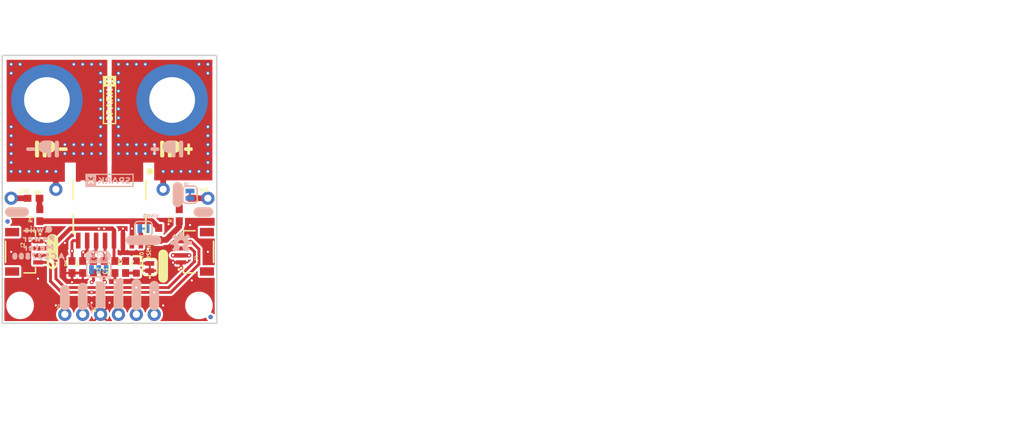
<source format=kicad_pcb>
(kicad_pcb (version 20211014) (generator pcbnew)
  (layers (0 "F.Cu" signal) (1 "In1.Cu" signal) (2 "In2.Cu" signal) (31 "B.Cu" signal) (34 "B.Paste" user) (35 "F.Paste" user) (36 "B.SilkS" user "B.Silkscreen") (37 "F.SilkS" user "F.Silkscreen") (38 "B.Mask" user) (39 "F.Mask" user) (44 "Edge.Cuts" user))
  (net 0 "")
  (net 1 "3.3V")
  (net 2 "GND")
  (net 3 "SCL")
  (net 4 "SDA")
  (net 5 "N$3")
  (net 6 "N$2")
  (net 7 "N$4")
  (net 8 "IO0")
  (net 9 "IO1")
  (net 10 "VINP")
  (net 11 "VINN")
  (net 12 "IP+")
  (net 13 "IP-")
  (net 14 "N$5")
  (net 15 "HI")
  (net 16 "N$6")
  (net 17 "N$8")
  (net 18 "N$1")
  (footprint "eagleBoard:ACS37800_THROUGH_HOLE" (layer "F.Cu") (at 148.5011 107.5436 -90)
    (fp_text reference "U1" hide)
    (fp_text value "" hide)
    (fp_line (start -2.54 -7.62) (end -5.08 -7.62) (layer "F.Cu") (width 0.8128))
    (fp_line (start -2.54 7.62) (end -5.08 7.62) (layer "F.Cu") (width 0.8128))
    (fp_poly (pts (xy -3.805 4.775) (xy -6.345 4.775) (xy -6.345 6.345) (xy -3.62 6.345) (xy -3.62 14.6175) (xy -20.96 14.6175) (xy -20.96 0.3125) (xy -3.805 0.3125)) (layer "F.Cu") (width 0) (fill solid))
    (fp_poly (pts (xy -3.805 -6.345) (xy -6.345 -6.345) (xy -6.345 -4.775) (xy -3.62 -4.775) (xy -3.62 -0.305) (xy -20.96 -0.305) (xy -20.96 -14.61) (xy -3.805 -14.61)) (layer "F.Cu") (width 0) (fill solid))
    (pad "1" smd rect (at -4.75 -4.445 270) (size 2.25 0.65) (layers "F.Cu" "F.Paste" "F.Mask") (net 12 "IP+"))
    (pad "2" smd rect (at -4.75 -3.175 270) (size 2.25 0.65) (layers "F.Cu" "F.Paste" "F.Mask") (net 12 "IP+"))
    (pad "3" smd rect (at -4.75 -1.905 270) (size 2.25 0.65) (layers "F.Cu" "F.Paste" "F.Mask") (net 12 "IP+"))
    (pad "4" smd rect (at -4.75 -0.635 270) (size 2.25 0.65) (layers "F.Cu" "F.Paste" "F.Mask") (net 12 "IP+"))
    (pad "5" smd rect (at -4.75 0.635 270) (size 2.25 0.65) (layers "F.Cu" "F.Paste" "F.Mask") (net 13 "IP-"))
    (pad "6" smd rect (at -4.75 1.905 270) (size 2.25 0.65) (layers "F.Cu" "F.Paste" "F.Mask") (net 13 "IP-"))
    (pad "7" smd rect (at -4.75 3.175 270) (size 2.25 0.65) (layers "F.Cu" "F.Paste" "F.Mask") (net 13 "IP-"))
    (pad "8" smd rect (at -4.75 4.445 270) (size 2.25 0.65) (layers "F.Cu" "F.Paste" "F.Mask") (net 13 "IP-"))
    (pad "9" smd rect (at 4.75 4.445 270) (size 2.25 0.65) (layers "F.Cu" "F.Paste" "F.Mask") (net 9 "IO1"))
    (pad "10" smd rect (at 4.75 3.175 270) (size 2.25 0.65) (layers "F.Cu" "F.Paste" "F.Mask") (net 8 "IO0"))
    (pad "11" smd rect (at 4.75 1.905 270) (size 2.25 0.65) (layers "F.Cu" "F.Paste" "F.Mask") (net 3 "SCL"))
    (pad "12" smd rect (at 4.75 0.635 270) (size 2.25 0.65) (layers "F.Cu" "F.Paste" "F.Mask") (net 4 "SDA"))
    (pad "13" smd rect (at 4.75 -0.635 270) (size 2.25 0.65) (layers "F.Cu" "F.Paste" "F.Mask") (net 1 "3.3V"))
    (pad "14" smd rect (at 4.75 -1.905 270) (size 2.25 0.65) (layers "F.Cu" "F.Paste" "F.Mask") (net 2 "GND"))
    (pad "15" smd rect (at 4.75 -3.175 270) (size 2.25 0.65) (layers "F.Cu" "F.Paste" "F.Mask") (net 11 "VINN"))
    (pad "16" smd rect (at 4.75 -4.445 270) (size 2.25 0.65) (layers "F.Cu" "F.Paste" "F.Mask") (net 10 "VINP"))
    (pad "CIN1" thru_hole circle (at -20.32 -13.97 270) (size 0.559975 0.559975) (drill 0.299975) (layers *.Cu) (net 12 "IP+"))
    (pad "CIN2" thru_hole circle (at -20.32 -12.7 270) (size 0.559975 0.559975) (drill 0.299975) (layers *.Cu) (net 12 "IP+"))
    (pad "CIN3" thru_hole circle (at -20.32 -5.08 270) (size 0.559975 0.559975) (drill 0.299975) (layers *.Cu) (net 12 "IP+"))
    (pad "CIN4" thru_hole circle (at -20.32 -3.81 270) (size 0.559975 0.559975) (drill 0.299975) (layers *.Cu) (net 12 "IP+"))
    (pad "CIN5" thru_hole circle (at -20.32 -2.54 270) (size 0.559975 0.559975) (drill 0.299975) (layers *.Cu) (net 12 "IP+"))
    (pad "CIN6" thru_hole circle (at -20.32 -1.27 270) (size 0.559975 0.559975) (drill 0.299975) (layers *.Cu) (net 12 "IP+"))
    (pad "CIN7" thru_hole circle (at -19.05 -1.27 270) (size 0.559975 0.559975) (drill 0.299975) (layers *.Cu) (net 12 "IP+"))
    (pad "CIN8" thru_hole circle (at -17.78 -1.27 270) (size 0.559975 0.559975) (drill 0.299975) (layers *.Cu) (net 12 "IP+"))
    (pad "CIN9" thru_hole circle (at -16.51 -1.27 270) (size 0.559975 0.559975) (drill 0.299975) (layers *.Cu) (net 12 "IP+"))
    (pad "CIN10" thru_hole circle (at -15.24 -1.27 270) (size 0.559975 0.559975) (drill 0.299975) (layers *.Cu) (net 12 "IP+"))
    (pad "CIN11" thru_hole circle (at -13.97 -1.27 270) (size 0.559975 0.559975) (drill 0.299975) (layers *.Cu) (net 12 "IP+"))
    (pad "CIN12" thru_hole circle (at -12.7 -1.27 270) (size 0.559975 0.559975) (drill 0.299975) (layers *.Cu) (net 12 "IP+"))
    (pad "CIN13" thru_hole circle (at -11.43 -1.27 270) (size 0.559975 0.559975) (drill 0.299975) (layers *.Cu) (net 12 "IP+"))
    (pad "CIN14" thru_hole circle (at -10.16 -1.27 270) (size 0.559975 0.559975) (drill 0.299975) (layers *.Cu) (net 12 "IP+"))
    (pad "CIN15" thru_hole circle (at -8.89 -1.27 270) (size 0.559975 0.559975) (drill 0.299975) (layers *.Cu) (net 12 "IP+"))
    (pad "CIN16" thru_hole circle (at -7.62 -1.27 270) (size 0.559975 0.559975) (drill 0.299975) (layers *.Cu) (net 12 "IP+"))
    (pad "CIN17" thru_hole circle (at -8.89 -2.54 270) (size 0.559975 0.559975) (drill 0.299975) (layers *.Cu) (net 12 "IP+"))
    (pad "CIN18" thru_hole circle (at -7.62 -2.54 270) (size 0.559975 0.559975) (drill 0.299975) (layers *.Cu) (net 12 "IP+"))
    (pad "CIN19" thru_hole circle (at -8.89 -3.81 270) (size 0.559975 0.559975) (drill 0.299975) (layers *.Cu) (net 12 "IP+"))
    (pad "CIN20" thru_hole circle (at -7.62 -3.81 270) (size 0.559975 0.559975) (drill 0.299975) (layers *.Cu) (net 12 "IP+"))
    (pad "CIN21" thru_hole circle (at -8.89 -5.08 270) (size 0.559975 0.559975) (drill 0.299975) (layers *.Cu) (net 12 "IP+"))
    (pad "CIN22" thru_hole circle (at -7.62 -5.08 270) (size 0.559975 0.559975) (drill 0.299975) (layers *.Cu) (net 12 "IP+"))
    (pad "CIN23" thru_hole circle (at -8.89 -6.35 270) (size 0.559975 0.559975) (drill 0.299975) (layers *.Cu) (net 12 "IP+"))
    (pad "CIN24" thru_hole circle (at -7.62 -6.35 270) (size 0.559975 0.559975) (drill 0.299975) (layers *.Cu) (net 12 "IP+"))
    (pad "CIN25" thru_hole circle (at -5.08 -7.62 270) (size 0.559975 0.559975) (drill 0.299975) (layers *.Cu) (net 12 "IP+"))
    (pad "CIN26" thru_hole circle (at -5.08 -8.89 270) (size 0.559975 0.559975) (drill 0.299975) (layers *.Cu) (net 12 "IP+"))
    (pad "CIN27" thru_hole circle (at -5.08 -10.16 270) (size 0.559975 0.559975) (drill 0.299975) (layers *.Cu) (net 12 "IP+"))
    (pad "CIN28" thru_hole circle (at -5.08 -11.43 270) (size 0.559975 0.559975) (drill 0.299975) (layers *.Cu) (net 12 "IP+"))
    (pad "CIN29" thru_hole circle (at -5.08 -12.7 270) (size 0.559975 0.559975) (drill 0.299975) (layers *.Cu) (net 12 "IP+"))
    (pad "CIN30" thru_hole circle (at -5.08 -13.97 270) (size 0.559975 0.559975) (drill 0.299975) (layers *.Cu) (net 12 "IP+"))
    (pad "CIN31" thru_hole circle (at -6.35 -13.97 270) (size 0.559975 0.559975) (drill 0.299975) (layers *.Cu) (net 12 "IP+"))
    (pad "CIN32" thru_hole circle (at -7.62 -13.97 270) (size 0.559975 0.559975) (drill 0.299975) (layers *.Cu) (net 12 "IP+"))
    (pad "CIN33" thru_hole circle (at -8.89 -13.97 270) (size 0.559975 0.559975) (drill 0.299975) (layers *.Cu) (net 12 "IP+"))
    (pad "CIN34" thru_hole circle (at -10.16 -13.97 270) (size 0.559975 0.559975) (drill 0.299975) (layers *.Cu) (net 12 "IP+"))
    (pad "CIN35" thru_hole circle (at -11.43 -13.97 270) (size 0.559975 0.559975) (drill 0.299975) (layers *.Cu) (net 12 "IP+"))
    (pad "CIN36" thru_hole circle (at -19.05 -13.97 270) (size 0.559975 0.559975) (drill 0.299975) (layers *.Cu) (net 12 "IP+"))
    (pad "COUT1" thru_hole circle (at -20.32 13.97 270) (size 0.559975 0.559975) (drill 0.299975) (layers *.Cu) (net 13 "IP-"))
    (pad "COUT2" thru_hole circle (at -19.05 13.97 270) (size 0.559975 0.559975) (drill 0.299975) (layers *.Cu) (net 13 "IP-"))
    (pad "COUT3" thru_hole circle (at -11.43 13.97 270) (size 0.559975 0.559975) (drill 0.299975) (layers *.Cu) (net 13 "IP-"))
    (pad "COUT4" thru_hole circle (at -10.16 13.97 270) (size 0.559975 0.559975) (drill 0.299975) (layers *.Cu) (net 13 "IP-"))
    (pad "COUT5" thru_hole circle (at -8.89 13.97 270) (size 0.559975 0.559975) (drill 0.299975) (layers *.Cu) (net 13 "IP-"))
    (pad "COUT6" thru_hole circle (at -7.62 13.97 270) (size 0.559975 0.559975) (drill 0.299975) (layers *.Cu) (net 13 "IP-"))
    (pad "COUT7" thru_hole circle (at -6.35 13.97 270) (size 0.559975 0.559975) (drill 0.299975) (layers *.Cu) (net 13 "IP-"))
    (pad "COUT8" thru_hole circle (at -5.08 13.97 270) (size 0.559975 0.559975) (drill 0.299975) (layers *.Cu) (net 13 "IP-"))
    (pad "COUT9" thru_hole circle (at -5.08 12.7 270) (size 0.559975 0.559975) (drill 0.299975) (layers *.Cu) (net 13 "IP-"))
    (pad "COUT10" thru_hole circle (at -5.08 11.43 270) (size 0.559975 0.559975) (drill 0.299975) (layers *.Cu) (net 13 "IP-"))
    (pad "COUT11" thru_hole circle (at -5.08 10.16 270) (size 0.559975 0.559975) (drill 0.299975) (layers *.Cu) (net 13 "IP-"))
    (pad "COUT12" thru_hole circle (at -5.08 8.89 270) (size 0.559975 0.559975) (drill 0.299975) (layers *.Cu) (net 13 "IP-"))
    (pad "COUT13" thru_hole circle (at -5.08 7.62 270) (size 0.559975 0.559975) (drill 0.299975) (layers *.Cu) (net 13 "IP-"))
    (pad "COUT14" thru_hole circle (at -7.62 6.35 270) (size 0.559975 0.559975) (drill 0.299975) (layers *.Cu) (net 13 "IP-"))
    (pad "COUT15" thru_hole circle (at -8.89 6.35 270) (size 0.559975 0.559975) (drill 0.299975) (layers *.Cu) (net 13 "IP-"))
    (pad "COUT16" thru_hole circle (at -7.62 5.08 270) (size 0.559975 0.559975) (drill 0.299975) (layers *.Cu) (net 13 "IP-"))
    (pad "COUT17" thru_hole circle (at -8.89 5.08 270) (size 0.559975 0.559975) (drill 0.299975) (layers *.Cu) (net 13 "IP-"))
    (pad "COUT18" thru_hole circle (at -7.62 3.81 270) (size 0.559975 0.559975) (drill 0.299975) (layers *.Cu) (net 13 "IP-"))
    (pad "COUT19" thru_hole circle (at -8.89 3.81 270) (size 0.559975 0.559975) (drill 0.299975) (layers *.Cu) (net 13 "IP-"))
    (pad "COUT20" thru_hole circle (at -7.62 2.54 270) (size 0.559975 0.559975) (drill 0.299975) (layers *.Cu) (net 13 "IP-"))
    (pad "COUT21" thru_hole circle (at -8.89 2.54 270) (size 0.559975 0.559975) (drill 0.299975) (layers *.Cu) (net 13 "IP-"))
    (pad "COUT22" thru_hole circle (at -7.62 1.27 270) (size 0.559975 0.559975) (drill 0.299975) (layers *.Cu) (net 13 "IP-"))
    (pad "COUT23" thru_hole circle (at -8.89 1.27 270) (size 0.559975 0.559975) (drill 0.299975) (layers *.Cu) (net 13 "IP-"))
    (pad "COUT24" thru_hole circle (at -10.16 1.27 270) (size 0.559975 0.559975) (drill 0.299975) (layers *.Cu) (net 13 "IP-"))
    (pad "COUT25" thru_hole circle (at -11.43 1.27 270) (size 0.559975 0.559975) (drill 0.299975) (layers *.Cu) (net 13 "IP-"))
    (pad "COUT26" thru_hole circle (at -12.7 1.27 270) (size 0.559975 0.559975) (drill 0.299975) (layers *.Cu) (net 13 "IP-"))
    (pad "COUT27" thru_hole circle (at -13.97 1.27 270) (size 0.559975 0.559975) (drill 0.299975) (layers *.Cu) (net 13 "IP-"))
    (pad "COUT28" thru_hole circle (at -15.24 1.27 270) (size 0.559975 0.559975) (drill 0.299975) (layers *.Cu) (net 13 "IP-"))
    (pad "COUT29" thru_hole circle (at -16.51 1.27 270) (size 0.559975 0.559975) (drill 0.299975) (layers *.Cu) (net 13 "IP-"))
    (pad "COUT30" thru_hole circle (at -17.78 1.27 270) (size 0.559975 0.559975) (drill 0.299975) (layers *.Cu) (net 13 "IP-"))
    (pad "COUT31" thru_hole circle (at -19.05 1.27 270) (size 0.559975 0.559975) (drill 0.299975) (layers *.Cu) (net 13 "IP-"))
    (pad "COUT32" thru_hole circle (at -20.32 1.27 270) (size 0.559975 0.559975) (drill 0.299975) (layers *.Cu) (net 13 "IP-"))
    (pad "COUT33" thru_hole circle (at -20.32 2.54 270) (size 0.559975 0.559975) (drill 0.299975) (layers *.Cu) (net 13 "IP-"))
    (pad "COUT34" thru_hole circle (at -20.32 3.81 270) (size 0.559975 0.559975) (drill 0.299975) (layers *.Cu) (net 13 "IP-"))
    (pad "COUT35" thru_hole circle (at -20.32 5.08 270) (size 0.559975 0.559975) (drill 0.299975) (layers *.Cu) (net 13 "IP-"))
    (pad "COUT36" thru_hole circle (at -20.32 12.7 270) (size 0.559975 0.559975) (drill 0.299975) (layers *.Cu) (net 13 "IP-"))
    (pad "C_IN" thru_hole circle (at -15.24 -8.89 270) (size 10.16 10.16) (drill 6.5) (layers *.Cu *.Mask) (net 12 "IP+"))
    (pad "C_IN_BREAKOUT" thru_hole circle (at -2.54 -7.62 270) (size 1.8796 1.8796) (drill 1.016) (layers *.Cu *.Mask) (net 12 "IP+"))
    (pad "C_OUT" thru_hole circle (at -15.24 8.89 270) (size 10.16 10.16) (drill 6.5) (layers *.Cu *.Mask) (net 13 "IP-"))
    (pad "C_OUT_BREAKOUT" thru_hole circle (at -2.54 7.62 270) (size 1.8796 1.8796) (drill 1.016) (layers *.Cu *.Mask) (net 13 "IP-"))
  )
  (footprint "eagleBoard:0603" (layer "F.Cu") (at 147.7391 116.0526 -90)
    (fp_text reference "R1" (at 0 -0.762 90) (layer "F.SilkS") (effects (font (size 0.512064 0.512064) (thickness 0.097536)) (justify right)))
    (fp_text value "4.7k" hide)
    (pad "1" smd rect (at -0.85 0 270) (size 1.1 1) (layers "F.Cu" "F.Paste" "F.Mask") (net 4 "SDA"))
    (pad "2" smd rect (at 0.85 0 270) (size 1.1 1) (layers "F.Cu" "F.Paste" "F.Mask") (net 6 "N$2"))
  )
  (footprint "eagleBoard:0603" (layer "F.Cu") (at 146.2151 116.0526 -90)
    (fp_text reference "R2" (at 0 -0.762 90) (layer "F.SilkS") (effects (font (size 0.512064 0.512064) (thickness 0.097536)) (justify right)))
    (fp_text value "4.7k" hide)
    (pad "1" smd rect (at -0.85 0 270) (size 1.1 1) (layers "F.Cu" "F.Paste" "F.Mask") (net 3 "SCL"))
    (pad "2" smd rect (at 0.85 0 270) (size 1.1 1) (layers "F.Cu" "F.Paste" "F.Mask") (net 7 "N$4"))
  )
  (footprint "eagleBoard:CREATIVE_COMMONS" (layer "F.Cu") (at 195.4911 138.0236)
    (fp_text reference "FRAME1" hide)
    (fp_text value "FRAME-LETTER" hide)
  )
  (footprint "eagleBoard:IP#0" (layer "F.Cu") (at 140.3731 99.2886)
    (fp_text reference "U$11" hide)
    (fp_text value "" hide)
  )
  (footprint "eagleBoard:1X01_NO_SILK" (layer "F.Cu") (at 134.5311 106.2736)
    (fp_text reference "LO0" (at 1.016 -1.016) (layer "F.SilkS") (effects (font (size 0.512064 0.512064) (thickness 0.097536)) (justify left)))
    (fp_text value "")
    (pad "1" thru_hole circle (at 0 0 90) (size 1.8796 1.8796) (drill 1.016) (layers *.Cu *.Mask) (net 17 "N$8"))
  )
  (footprint "eagleBoard:1X01_NO_SILK" (layer "F.Cu") (at 162.4711 106.2736)
    (fp_text reference "HI0" (at -1.27 -1.143) (layer "F.SilkS") (effects (font (size 0.512064 0.512064) (thickness 0.097536)) (justify left)))
    (fp_text value "")
    (pad "1" thru_hole circle (at 0 0 90) (size 1.8796 1.8796) (drill 1.016) (layers *.Cu *.Mask) (net 15 "HI"))
  )
  (footprint "eagleBoard:QWIIC_5MM" (layer "F.Cu") (at 140.3731 113.8936 90)
    (fp_text reference "U$16" hide)
    (fp_text value "" hide)
  )
  (footprint "eagleBoard:1X01_NO_SILK" (layer "F.Cu") (at 142.1511 122.7836)
    (fp_text reference "J5" (at -1.27 -1.143) (layer "F.SilkS") (effects (font (size 0.512064 0.512064) (thickness 0.097536)) (justify left)))
    (fp_text value "")
    (pad "1" thru_hole circle (at 0 0 90) (size 1.8796 1.8796) (drill 1.016) (layers *.Cu *.Mask) (net 9 "IO1"))
  )
  (footprint "eagleBoard:IP#0" (layer "F.Cu") (at 158.1531 99.2886)
    (fp_text reference "U$9" hide)
    (fp_text value "" hide)
  )
  (footprint "eagleBoard:#LO#0" (layer "F.Cu") (at 135.3566 108.2421)
    (fp_text reference "U$17" hide)
    (fp_text value "" hide)
  )
  (footprint "eagleBoard:0603" (layer "F.Cu") (at 138.5951 108.6866 -90)
    (fp_text reference "R9" (at 0 1.27 90) (layer "F.SilkS") (effects (font (size 0.512064 0.512064) (thickness 0.097536)) (justify right)))
    (fp_text value "1M" hide)
    (pad "1" smd rect (at -0.85 0 270) (size 1.1 1) (layers "F.Cu" "F.Paste" "F.Mask") (net 16 "N$6"))
    (pad "2" smd rect (at 0.85 0 270) (size 1.1 1) (layers "F.Cu" "F.Paste" "F.Mask") (net 11 "VINN"))
  )
  (footprint "eagleBoard:JST04_1MM_RA" (layer "F.Cu") (at 158.6611 113.8936 90)
    (fp_text reference "J4" (at -1.397 2.159 90) (layer "F.SilkS") (effects (font (size 0.512064 0.512064) (thickness 0.097536)) (justify left)))
    (fp_text value "QWIIC_RIGHT_ANGLE" hide)
    (pad "1" smd rect (at -1.5 0 90) (size 0.6 1.35) (layers "F.Cu" "F.Paste" "F.Mask") (net 2 "GND"))
    (pad "2" smd rect (at -0.5 0 90) (size 0.6 1.35) (layers "F.Cu" "F.Paste" "F.Mask") (net 1 "3.3V"))
    (pad "3" smd rect (at 0.5 0 90) (size 0.6 1.35) (layers "F.Cu" "F.Paste" "F.Mask") (net 4 "SDA"))
    (pad "4" smd rect (at 1.5 0 90) (size 0.6 1.35) (layers "F.Cu" "F.Paste" "F.Mask") (net 3 "SCL"))
    (pad "NC1" smd rect (at 2.8 3.675 90) (size 1.2 2) (layers "F.Cu" "F.Paste" "F.Mask"))
    (pad "NC2" smd rect (at -2.8 3.675 90) (size 1.2 2) (layers "F.Cu" "F.Paste" "F.Mask"))
  )
  (footprint "eagleBoard:#IO1#0" (layer "F.Cu") (at 142.1511 120.3706 90)
    (fp_text reference "U$7" hide)
    (fp_text value "" hide)
  )
  (footprint "eagleBoard:SMT-JUMPER_2_NC_TRACE_SILK" (layer "F.Cu") (at 154.2161 116.0526 90)
    (fp_text reference "PWR0" (at 0 -1.143 90) (layer "F.SilkS") (effects (font (size 0.512064 0.512064) (thickness 0.097536)) (justify left)))
    (fp_text value "JUMPER-SMT_2_NC_TRACE_SILK" hide)
    (fp_poly (pts (xy 0.1905 0.13335) (xy -0.70485 0.13335) (xy -0.70485 -0.13335) (xy 0.1905 -0.13335)) (layer "F.Cu") (width 0) (fill solid))
    (pad "1" smd rect (at -0.5207 0 90) (size 0.6604 1.27) (layers "F.Cu" "F.Mask") (net 2 "GND"))
    (pad "2" smd rect (at 0.5207 0 90) (size 0.6604 1.27) (layers "F.Cu" "F.Mask") (net 18 "N$1"))
  )
  (footprint "eagleBoard:0603" (layer "F.Cu") (at 143.1671 116.0526 90)
    (fp_text reference "R5" (at 0 -0.762 90) (layer "F.SilkS") (effects (font (size 0.512064 0.512064) (thickness 0.097536)) (justify left)))
    (fp_text value "4.7k" hide)
    (pad "1" smd rect (at -0.85 0 90) (size 1.1 1) (layers "F.Cu" "F.Paste" "F.Mask") (net 2 "GND"))
    (pad "2" smd rect (at 0.85 0 90) (size 1.1 1) (layers "F.Cu" "F.Paste" "F.Mask") (net 9 "IO1"))
  )
  (footprint "eagleBoard:#HI#0" (layer "F.Cu") (at 161.8361 108.2421)
    (fp_text reference "U$13" hide)
    (fp_text value "" hide)
  )
  (footprint "eagleBoard:STAND-OFF" (layer "F.Cu") (at 135.8011 121.5136)
    (fp_text reference "JP3" hide)
    (fp_text value "STAND-OFF" hide)
    (pad "" np_thru_hole circle (at 0 0) (size 3.302 3.302) (drill 3.302) (layers *.Cu *.Mask))
  )
  (footprint "eagleBoard:#SDA#0" (layer "F.Cu") (at 152.3111 119.9896 90)
    (fp_text reference "U$35" hide)
    (fp_text value "" hide)
  )
  (footprint "eagleBoard:#PWR#0" (layer "F.Cu") (at 156.1211 115.9256 90)
    (fp_text reference "U$32" hide)
    (fp_text value "" hide)
  )
  (footprint "eagleBoard:ORDERING_INSTRUCTIONS" (layer "F.Cu") (at 175.1711 78.3336)
    (fp_text reference "LOGO1" hide)
    (fp_text value "SPECIAL_INSTRUCTIONS-ORDERING" hide)
  )
  (footprint "eagleBoard:0603" (layer "F.Cu") (at 159.2961 106.2736 180)
    (fp_text reference "R6" (at 0 1.397) (layer "F.SilkS") (effects (font (size 0.512064 0.512064) (thickness 0.097536)) (justify right)))
    (fp_text value "1M" hide)
    (pad "1" smd rect (at -0.85 0 180) (size 1.1 1) (layers "F.Cu" "F.Paste" "F.Mask") (net 15 "HI"))
    (pad "2" smd rect (at 0.85 0 180) (size 1.1 1) (layers "F.Cu" "F.Paste" "F.Mask") (net 14 "N$5"))
  )
  (footprint "eagleBoard:STAND-OFF" (layer "F.Cu") (at 161.2011 121.5136)
    (fp_text reference "JP4" hide)
    (fp_text value "STAND-OFF" hide)
    (pad "" np_thru_hole circle (at 0 0) (size 3.302 3.302) (drill 3.302) (layers *.Cu *.Mask))
  )
  (footprint "eagleBoard:0603" (layer "F.Cu") (at 158.4071 108.6866 -90)
    (fp_text reference "R7" (at 0 1.27 90) (layer "F.SilkS") (effects (font (size 0.512064 0.512064) (thickness 0.097536)) (justify right)))
    (fp_text value "1M" hide)
    (pad "1" smd rect (at -0.85 0 270) (size 1.1 1) (layers "F.Cu" "F.Paste" "F.Mask") (net 14 "N$5"))
    (pad "2" smd rect (at 0.85 0 270) (size 1.1 1) (layers "F.Cu" "F.Paste" "F.Mask") (net 10 "VINP"))
  )
  (footprint "eagleBoard:0603" (layer "F.Cu") (at 137.7061 106.2736)
    (fp_text reference "R8" (at 0 -0.762) (layer "F.SilkS") (effects (font (size 0.512064 0.512064) (thickness 0.097536)) (justify left)))
    (fp_text value "1M" hide)
    (pad "1" smd rect (at -0.85 0) (size 1.1 1) (layers "F.Cu" "F.Paste" "F.Mask") (net 17 "N$8"))
    (pad "2" smd rect (at 0.85 0) (size 1.1 1) (layers "F.Cu" "F.Paste" "F.Mask") (net 16 "N$6"))
  )
  (footprint "eagleBoard:MICRO-FIDUCIAL" (layer "F.Cu") (at 134.0231 109.5756)
    (fp_text reference "JP6" hide)
    (fp_text value "FIDUCIALUFIDUCIAL" hide)
    (pad "1" smd roundrect (at 0 0) (size 0.635 0.635) (layers "F.Cu" "F.Mask") (roundrect_rratio 0.5))
  )
  (footprint "eagleBoard:0603" (layer "F.Cu") (at 150.7871 116.0526 90)
    (fp_text reference "R3" (at 0 -0.762 90) (layer "F.SilkS") (effects (font (size 0.512064 0.512064) (thickness 0.097536)) (justify left)))
    (fp_text value "1k" hide)
    (pad "1" smd rect (at -0.85 0 90) (size 1.1 1) (layers "F.Cu" "F.Paste" "F.Mask") (net 5 "N$3"))
    (pad "2" smd rect (at 0.85 0 90) (size 1.1 1) (layers "F.Cu" "F.Paste" "F.Mask") (net 1 "3.3V"))
  )
  (footprint "eagleBoard:0603" (layer "F.Cu") (at 144.6911 116.0526 90)
    (fp_text reference "R4" (at 0 -0.762 90) (layer "F.SilkS") (effects (font (size 0.512064 0.512064) (thickness 0.097536)) (justify left)))
    (fp_text value "4.7k" hide)
    (pad "1" smd rect (at -0.85 0 90) (size 1.1 1) (layers "F.Cu" "F.Paste" "F.Mask") (net 2 "GND"))
    (pad "2" smd rect (at 0.85 0 90) (size 1.1 1) (layers "F.Cu" "F.Paste" "F.Mask") (net 8 "IO0"))
  )
  (footprint "eagleBoard:JST04_1MM_RA" (layer "F.Cu") (at 138.3411 113.8936 -90)
    (fp_text reference "J2" (at -1.397 2.159 90) (layer "F.SilkS") (effects (font (size 0.512064 0.512064) (thickness 0.097536)) (justify right)))
    (fp_text value "QWIIC_RIGHT_ANGLE" hide)
    (pad "1" smd rect (at -1.5 0 270) (size 0.6 1.35) (layers "F.Cu" "F.Paste" "F.Mask") (net 2 "GND"))
    (pad "2" smd rect (at -0.5 0 270) (size 0.6 1.35) (layers "F.Cu" "F.Paste" "F.Mask") (net 1 "3.3V"))
    (pad "3" smd rect (at 0.5 0 270) (size 0.6 1.35) (layers "F.Cu" "F.Paste" "F.Mask") (net 4 "SDA"))
    (pad "4" smd rect (at 1.5 0 270) (size 0.6 1.35) (layers "F.Cu" "F.Paste" "F.Mask") (net 3 "SCL"))
    (pad "NC1" smd rect (at 2.8 3.675 270) (size 1.2 2) (layers "F.Cu" "F.Paste" "F.Mask"))
    (pad "NC2" smd rect (at -2.8 3.675 270) (size 1.2 2) (layers "F.Cu" "F.Paste" "F.Mask"))
  )
  (footprint "eagleBoard:LED-0603" (layer "F.Cu") (at 152.3111 116.0526 90)
    (fp_text reference "D1" (at 0 -0.635 90) (layer "F.SilkS") (effects (font (size 0.512064 0.512064) (thickness 0.097536)) (justify left)))
    (fp_text value "RED")
    (pad "A" smd roundrect (at -0.877 0) (size 1 1) (layers "F.Cu" "F.Paste" "F.Mask") (roundrect_rratio 0.15) (net 5 "N$3"))
    (pad "C" smd roundrect (at 0.877 0) (size 1 1) (layers "F.Cu" "F.Paste" "F.Mask") (roundrect_rratio 0.15) (net 18 "N$1"))
  )
  (footprint "eagleBoard:#SCL#0" (layer "F.Cu") (at 154.8511 120.1166 90)
    (fp_text reference "U$36" hide)
    (fp_text value "" hide)
  )
  (footprint "eagleBoard:1X01_NO_SILK" (layer "F.Cu") (at 144.6911 122.7836)
    (fp_text reference "J3" (at 1.016 -0.635) (layer "F.SilkS") (effects (font (size 0.512064 0.512064) (thickness 0.097536)) (justify left)))
    (fp_text value "")
    (pad "1" thru_hole circle (at 0 0 90) (size 1.8796 1.8796) (drill 1.016) (layers *.Cu *.Mask) (net 8 "IO0"))
  )
  (footprint "eagleBoard:#IO0#0" (layer "F.Cu") (at 144.6911 120.2436 90)
    (fp_text reference "U$5" hide)
    (fp_text value "" hide)
  )
  (footprint "eagleBoard:#3#3V#0" (layer "F.Cu") (at 149.7711 119.8626 90)
    (fp_text reference "U$34" hide)
    (fp_text value "" hide)
  )
  (footprint "eagleBoard:MICRO-FIDUCIAL" (layer "F.Cu") (at 162.8521 123.1646)
    (fp_text reference "JP2" hide)
    (fp_text value "FIDUCIALUFIDUCIAL" hide)
    (pad "1" smd roundrect (at 0 0) (size 0.635 0.635) (layers "F.Cu" "F.Mask") (roundrect_rratio 0.5))
  )
  (footprint "eagleBoard:0603" (layer "F.Cu") (at 149.2631 116.0526 -90)
    (fp_text reference "C1" (at 0 1.397 90) (layer "F.SilkS") (effects (font (size 0.512064 0.512064) (thickness 0.097536)) (justify right)))
    (fp_text value "0.1uF" hide)
    (pad "1" smd rect (at -0.85 0 270) (size 1.1 1) (layers "F.Cu" "F.Paste" "F.Mask") (net 1 "3.3V"))
    (pad "2" smd rect (at 0.85 0 270) (size 1.1 1) (layers "F.Cu" "F.Paste" "F.Mask") (net 2 "GND"))
  )
  (footprint "eagleBoard:#GND#0" (layer "F.Cu") (at 147.2311 119.9896 90)
    (fp_text reference "U$33" hide)
    (fp_text value "" hide)
  )
  (footprint "eagleBoard:SPARKX-SMALL" (layer "F.Cu") (at 148.5011 92.3036 90)
    (fp_text reference "U$20" hide)
    (fp_text value "SPARKX-LOGO3" hide)
  )
  (footprint "eagleBoard:0603" (layer "F.Cu") (at 155.4861 111.3536 -90)
    (fp_text reference "RSENSE0" (at 0.127 1.397 90) (layer "F.SilkS") (effects (font (size 0.512064 0.512064) (thickness 0.097536)) (justify right)))
    (fp_text value "8.2k" hide)
    (pad "1" smd rect (at -0.85 0 270) (size 1.1 1) (layers "F.Cu" "F.Paste" "F.Mask") (net 11 "VINN"))
    (pad "2" smd rect (at 0.85 0 270) (size 1.1 1) (layers "F.Cu" "F.Paste" "F.Mask") (net 10 "VINP"))
  )
  (footprint "eagleBoard:1X04_NO_SILK" (layer "B.Cu") (at 147.2311 122.7836)
    (fp_text reference "J1" (at -2.032 -1.27) (layer "B.SilkS") (effects (font (size 0.512064 0.512064) (thickness 0.097536)) (justify right mirror)))
    (fp_text value "")
    (pad "1" thru_hole circle (at 0 0 270) (size 1.8796 1.8796) (drill 1.016) (layers *.Cu *.Mask) (net 2 "GND"))
    (pad "2" thru_hole circle (at 2.54 0 270) (size 1.8796 1.8796) (drill 1.016) (layers *.Cu *.Mask) (net 1 "3.3V"))
    (pad "3" thru_hole circle (at 5.08 0 270) (size 1.8796 1.8796) (drill 1.016) (layers *.Cu *.Mask) (net 4 "SDA"))
    (pad "4" thru_hole circle (at 7.62 0 270) (size 1.8796 1.8796) (drill 1.016) (layers *.Cu *.Mask) (net 3 "SCL"))
  )
  (footprint "eagleBoard:#IO1#0" (layer "B.Cu") (at 142.1511 120.3706 90)
    (fp_text reference "U$8" hide)
    (fp_text value "" hide)
  )
  (footprint "eagleBoard:IP#0" (layer "B.Cu") (at 138.8491 99.2886 180)
    (fp_text reference "U$12" hide)
    (fp_text value "" hide)
  )
  (footprint "eagleBoard:MICRO-FIDUCIAL" (layer "B.Cu") (at 134.0231 109.5756 180)
    (fp_text reference "JP1" hide)
    (fp_text value "FIDUCIALUFIDUCIAL" hide)
    (pad "1" smd roundrect (at 0 0 180) (size 0.635 0.635) (layers "B.Cu" "B.Mask") (roundrect_rratio 0.5))
  )
  (footprint "eagleBoard:#VINN#0" (layer "B.Cu") (at 153.3271 112.2426 180)
    (fp_text reference "U$21" hide)
    (fp_text value "" hide)
  )
  (footprint "eagleBoard:POWER0" (layer "B.Cu") (at 138.3411 111.9886 180)
    (fp_text reference "U$25" hide)
    (fp_text value "" hide)
  )
  (footprint "eagleBoard:OSHW-LOGO-S" (layer "B.Cu") (at 158.6611 112.6236 180)
    (fp_text reference "LOGO5" hide)
    (fp_text value "OSHW-LOGOS" hide)
  )
  (footprint "eagleBoard:#IO0#0" (layer "B.Cu") (at 144.6911 120.2436 90)
    (fp_text reference "U$6" hide)
    (fp_text value "" hide)
  )
  (footprint "eagleBoard:#SDA#0" (layer "B.Cu") (at 152.3111 119.9896 90)
    (fp_text reference "U$3" hide)
    (fp_text value "" hide)
  )
  (footprint "eagleBoard:SMT-JUMPER_2_NC_TRACE_SILK" (layer "B.Cu") (at 159.9311 105.7656 -90)
    (fp_text reference "IP+0" (at -1.397 0.0635 -180) (layer "B.SilkS") (effects (font (size 0.512064 0.512064) (thickness 0.097536)) (justify left mirror)))
    (fp_text value "JUMPER-SMT_2_NC_TRACE_SILK" hide)
    (fp_poly (pts (xy 0.1905 -0.13335) (xy -0.70485 -0.13335) (xy -0.70485 0.13335) (xy 0.1905 0.13335)) (layer "B.Cu") (width 0) (fill solid))
    (pad "1" smd rect (at -0.5207 0 270) (size 0.6604 1.27) (layers "B.Cu" "B.Mask") (net 12 "IP+"))
    (pad "2" smd rect (at 0.5207 0 270) (size 0.6604 1.27) (layers "B.Cu" "B.Mask") (net 15 "HI"))
  )
  (footprint "eagleBoard:SMT-JUMPER_2_NC_TRACE_SILK" (layer "B.Cu") (at 153.3271 110.5916)
    (fp_text reference "VINN0" (at -0.127 -1.778) (layer "B.SilkS") (effects (font (size 0.512064 0.512064) (thickness 0.097536)) (justify right mirror)))
    (fp_text value "JUMPER-SMT_2_NC_TRACE_SILK" hide)
    (fp_poly (pts (xy 0.1905 -0.13335) (xy -0.70485 -0.13335) (xy -0.70485 0.13335) (xy 0.1905 0.13335)) (layer "B.Cu") (width 0) (fill solid))
    (pad "1" smd rect (at -0.5207 0) (size 0.6604 1.27) (layers "B.Cu" "B.Mask") (net 11 "VINN"))
    (pad "2" smd rect (at 0.5207 0) (size 0.6604 1.27) (layers "B.Cu" "B.Mask") (net 2 "GND"))
  )
  (footprint "eagleBoard:QWIIC0" (layer "B.Cu") (at 138.3411 110.7186 180)
    (fp_text reference "U$26" hide)
    (fp_text value "" hide)
  )
  (footprint "eagleBoard:SPARKX-SMALL" (layer "B.Cu") (at 148.5011 103.7336 180)
    (fp_text reference "U$18" hide)
    (fp_text value "SPARKX-LOGO3" hide)
  )
  (footprint "eagleBoard:MICRO-FIDUCIAL" (layer "B.Cu") (at 162.8521 123.1646 180)
    (fp_text reference "JP5" hide)
    (fp_text value "FIDUCIALUFIDUCIAL" hide)
    (pad "1" smd roundrect (at 0 0 180) (size 0.635 0.635) (layers "B.Cu" "B.Mask") (roundrect_rratio 0.5))
  )
  (footprint "eagleBoard:ACS378000" (layer "B.Cu") (at 138.3411 114.5286 180)
    (fp_text reference "U$23" hide)
    (fp_text value "" hide)
  )
  (footprint "eagleBoard:#3#3V#0" (layer "B.Cu") (at 149.7711 119.8626 90)
    (fp_text reference "U$2" hide)
    (fp_text value "" hide)
  )
  (footprint "eagleBoard:#SCL#0" (layer "B.Cu") (at 154.8511 120.1166 90)
    (fp_text reference "U$4" hide)
    (fp_text value "" hide)
  )
  (footprint "eagleBoard:#LO#0" (layer "B.Cu") (at 135.3566 108.2421 180)
    (fp_text reference "U$19" hide)
    (fp_text value "" hide)
  )
  (footprint "eagleBoard:#GND#0" (layer "B.Cu") (at 147.2311 119.9896 90)
    (fp_text reference "U$1" hide)
    (fp_text value "" hide)
  )
  (footprint "eagleBoard:IP#0" (layer "B.Cu") (at 156.5021 99.2886 180)
    (fp_text reference "U$10" hide)
    (fp_text value "" hide)
  )
  (footprint "eagleBoard:METER0" (layer "B.Cu") (at 138.3411 113.2586 180)
    (fp_text reference "U$24" hide)
    (fp_text value "" hide)
  )
  (footprint "eagleBoard:I2C" (layer "B.Cu") (at 148.7551 114.5286 180)
    (fp_text reference "U$15" hide)
    (fp_text value "" hide)
  )
  (footprint "eagleBoard:SMT-JUMPER_3_2-NC_TRACE_SILK" (layer "B.Cu") (at 146.9771 116.4336)
    (fp_text reference "I2C0" (at 0 1.143) (layer "B.SilkS") (effects (font (size 0.512064 0.512064) (thickness 0.097536)) (justify right mirror)))
    (fp_text value "JUMPER-SMT_3_2-NC_TRACE_SILK" hide)
    (fp_poly (pts (xy 0.7112 -0.13335) (xy -0.7112 -0.13335) (xy -0.7112 0.13335) (xy 0.7112 0.13335)) (layer "B.Cu") (width 0) (fill solid))
    (pad "1" smd rect (at -1.0414 0) (size 0.6604 1.27) (layers "B.Cu" "B.Mask") (net 7 "N$4"))
    (pad "2" smd rect (at 0 0) (size 0.6604 1.27) (layers "B.Cu" "B.Mask") (net 1 "3.3V"))
    (pad "3" smd rect (at 1.0414 0) (size 0.6604 1.27) (layers "B.Cu" "B.Mask") (net 6 "N$2"))
  )
  (footprint "eagleBoard:#HI#0" (layer "B.Cu") (at 161.8361 108.2421 180)
    (fp_text reference "U$14" hide)
    (fp_text value "" hide)
  )
  (footprint "eagleBoard:#IP##0" (layer "B.Cu") (at 158.1531 105.7656 90)
    (fp_text reference "U$22" hide)
    (fp_text value "" hide)
  )
  (gr_line (start 154.9146 98.6536) (end 154.9146 99.9236) (layer "B.SilkS") (width 0.381))
  (gr_line (start 159.7406 98.6536) (end 159.7406 99.9236) (layer "F.SilkS") (width 0.381))
  (gr_line (start 133.2611 124.0536) (end 133.2611 85.9536) (layer "Edge.Cuts") (width 0.2032))
  (gr_line (start 163.7411 124.0536) (end 133.2611 124.0536) (layer "Edge.Cuts") (width 0.2032))
  (gr_line (start 133.2611 85.9536) (end 163.7411 85.9536) (layer "Edge.Cuts") (width 0.2032))
  (gr_line (start 163.7411 85.9536) (end 163.7411 124.0536) (layer "Edge.Cuts") (width 0.2032))
  (segment (start 149.1361 115.0756) (end 149.2631 115.2026) (width 0.4064) (layer "F.Cu") (net 1))
  (segment (start 157.5261 114.3936) (end 157.5181 114.4016) (width 0.6096) (layer "F.Cu") (net 1))
  (segment (start 142.9131 110.5916) (end 146.9771 110.5916) (width 0.6096) (layer "F.Cu") (net 1))
  (segment (start 148.8821 110.5916) (end 149.1361 110.8456) (width 0.6096) (layer "F.Cu") (net 1))
  (segment (start 158.6611 114.3936) (end 157.5261 114.3936) (width 0.6096) (layer "F.Cu") (net 1))
  (segment (start 158.6611 114.3936) (end 159.7961 114.3936) (width 0.6096) (layer "F.Cu") (net 1))
  (segment (start 147.7391 110.5916) (end 148.8821 110.5916) (width 0.6096) (layer "F.Cu") (net 1))
  (segment (start 149.1361 112.2936) (end 149.1361 115.0756) (width 0.4064) (layer "F.Cu") (net 1))
  (segment (start 140.1111 113.3936) (end 142.9131 110.5916) (width 0.6096) (layer "F.Cu") (net 1))
  (segment (start 138.3411 113.3936) (end 140.1111 113.3936) (width 0.6096) (layer "F.Cu") (net 1))
  (segment (start 159.7961 114.3936) (end 159.8041 114.4016) (width 0.6096) (layer "F.Cu") (net 1))
  (segment (start 149.1361 110.8456) (end 149.1361 112.2936) (width 0.6096) (layer "F.Cu") (net 1))
  (segment (start 150.7871 115.2026) (end 149.2631 115.2026) (width 0.4064) (layer "F.Cu") (net 1))
  (segment (start 146.9771 110.5916) (end 147.7391 110.5916) (width 0.6096) (layer "F.Cu") (net 1))
  (via blind (at 146.9771 110.5916) (size 0.559975) (drill 0.299975) (layers "F.Cu" "In1.Cu") (net 1))
  (via blind (at 147.7391 110.5916) (size 0.559975) (drill 0.299975) (layers "F.Cu" "In1.Cu") (net 1))
  (via blind (at 157.5181 114.4016) (size 0.559975) (drill 0.299975) (layers "F.Cu" "In1.Cu") (net 1))
  (via blind (at 159.8041 114.4016) (size 0.559975) (drill 0.299975) (layers "F.Cu" "In1.Cu") (net 1))
  (segment (start 138.3411 112.3936) (end 138.3651 112.3696) (width 0.4064) (layer "F.Cu") (net 2))
  (segment (start 154.2161 116.5733) (end 154.2161 117.5766) (width 0.4064) (layer "F.Cu") (net 2))
  (segment (start 150.6601 114.0206) (end 153.4541 114.0206) (width 0.6096) (layer "F.Cu") (net 2))
  (segment (start 157.5421 115.3936) (end 158.6611 115.3936) (width 0.4064) (layer "F.Cu") (net 2))
  (segment (start 153.4541 114.0206) (end 153.9621 113.5126) (width 0.6096) (layer "F.Cu") (net 2))
  (segment (start 150.4061 113.7666) (end 150.6601 114.0206) (width 0.6096) (layer "F.Cu") (net 2))
  (segment (start 157.5181 115.4176) (end 157.5421 115.3936) (width 0.4064) (layer "F.Cu") (net 2))
  (segment (start 149.2631 116.9026) (end 149.2631 118.2116) (width 0.4064) (layer "F.Cu") (net 2))
  (segment (start 150.4061 112.2936) (end 150.4061 110.5916) (width 0.6096) (layer "F.Cu") (net 2))
  (segment (start 143.1671 116.9026) (end 143.1671 118.2116) (width 0.4064) (layer "F.Cu") (net 2))
  (segment (start 150.4061 112.2936) (end 150.4061 113.7666) (width 0.6096) (layer "F.Cu") (net 2))
  (segment (start 158.6611 116.1796) (end 158.6611 115.3936) (width 0.4064) (layer "F.Cu") (net 2))
  (segment (start 144.6911 116.9026) (end 143.1671 116.9026) (width 0.4064) (layer "F.Cu") (net 2))
  (segment (start 138.3651 112.3696) (end 139.4841 112.3696) (width 0.4064) (layer "F.Cu") (net 2))
  (segment (start 137.2221 112.3936) (end 137.1981 112.3696) (width 0.4064) (layer "F.Cu") (net 2))
  (segment (start 138.3411 112.3936) (end 137.2221 112.3936) (width 0.4064) (layer "F.Cu") (net 2))
  (via blind (at 150.4061 110.5916) (size 0.559975) (drill 0.299975) (layers "F.Cu" "In1.Cu") (net 2))
  (via blind (at 160.1851 117.9576) (size 0.559975) (drill 0.299975) (layers "F.Cu" "In1.Cu") (net 2))
  (via blind (at 134.5311 113.8936) (size 0.559975) (drill 0.299975) (layers "F.Cu" "In1.Cu") (net 2))
  (via blind (at 156.8831 109.9566) (size 0.559975) (drill 0.299975) (layers "F.Cu" "In1.Cu") (net 2))
  (via blind (at 142.1511 112.6236) (size 0.559975) (drill 0.299975) (layers "F.Cu" "In1.Cu") (net 2))
  (via blind (at 149.2631 118.2116) (size 0.559975) (drill 0.299975) (layers "F.Cu" "In1.Cu") (net 2))
  (via blind (at 162.4711 113.8936) (size 0.559975) (drill 0.299975) (layers "F.Cu" "In1.Cu") (net 2))
  (via blind (at 153.9621 113.5126) (size 0.559975) (drill 0.299975) (layers "F.Cu" "In1.Cu") (net 2))
  (via blind (at 140.8811 121.5136) (size 0.559975) (drill 0.299975) (layers "F.Cu" "In1.Cu") (net 2))
  (via blind (at 148.5011 121.1326) (size 0.559975) (drill 0.299975) (layers "F.Cu" "In1.Cu") (net 2))
  (via blind (at 158.6611 116.1796) (size 0.559975) (drill 0.299975) (layers "F.Cu" "In1.Cu") (net 2))
  (via blind (at 154.2161 117.5766) (size 0.559975) (drill 0.299975) (layers "F.Cu" "In1.Cu") (net 2))
  (via blind (at 137.1981 112.3696) (size 0.559975) (drill 0.299975) (layers "F.Cu" "In1.Cu") (net 2))
  (via blind (at 139.4841 112.3696) (size 0.559975) (drill 0.299975) (layers "F.Cu" "In1.Cu") (net 2))
  (via blind (at 145.9611 121.1326) (size 0.559975) (drill 0.299975) (layers "F.Cu" "In1.Cu") (net 2))
  (via blind (at 143.1671 118.2116) (size 0.559975) (drill 0.299975) (layers "F.Cu" "In1.Cu") (net 2))
  (via blind (at 157.5181 115.4176) (size 0.559975) (drill 0.299975) (layers "F.Cu" "In1.Cu") (net 2))
  (via blind (at 138.3411 117.7036) (size 0.559975) (drill 0.299975) (layers "F.Cu" "In1.Cu") (net 2))
  (via blind (at 159.9311 110.0836) (size 0.559975) (drill 0.299975) (layers "F.Cu" "In1.Cu") (net 2))
  (via blind (at 156.1211 121.5136) (size 0.559975) (drill 0.299975) (layers "F.Cu" "In1.Cu") (net 2))
  (segment (start 160.0821 112.3936) (end 158.6611 112.3936) (width 0.4064) (layer "F.Cu") (net 3))
  (segment (start 141.691287 119.656788) (end 145.9611 119.656788) (width 0.4064) (layer "F.Cu") (net 3))
  (segment (start 146.192312 115.179813) (end 146.192312 114.0206) (width 0.4064) (layer "F.Cu") (net 3))
  (segment (start 161.2011 113.5126) (end 160.0821 112.3936) (width 0.4064) (layer "F.Cu") (net 3))
  (segment (start 145.9611 119.656788) (end 154.8511 119.656788) (width 0.4064) (layer "F.Cu") (net 3))
  (segment (start 138.3411 115.3936) (end 139.7141 115.3936) (width 0.4064) (layer "F.Cu") (net 3))
  (segment (start 146.5961 112.2936) (end 146.5961 113.616813) (width 0.4064) (layer "F.Cu") (net 3))
  (segment (start 154.8511 119.656788) (end 157.2027 119.656788) (width 0.4064) (layer "F.Cu") (net 3))
  (segment (start 140.1191 115.7986) (end 140.1191 118.0846) (width 0.4064) (layer "F.Cu") (net 3))
  (segment (start 140.1191 118.0846) (end 141.691287 119.656788) (width 0.4064) (layer "F.Cu") (net 3))
  (segment (start 139.7141 115.3936) (end 140.1191 115.7986) (width 0.4064) (layer "F.Cu") (net 3))
  (segment (start 146.2151 115.2026) (end 146.192312 115.179813) (width 0.4064) (layer "F.Cu") (net 3))
  (segment (start 146.5961 113.616813) (end 146.192312 114.0206) (width 0.4064) (layer "F.Cu") (net 3))
  (segment (start 157.2027 119.656788) (end 161.2011 115.658388) (width 0.4064) (layer "F.Cu") (net 3))
  (segment (start 161.2011 115.658388) (end 161.2011 113.5126) (width 0.4064) (layer "F.Cu") (net 3))
  (via blind (at 146.192312 114.0206) (size 0.559975) (drill 0.299975) (layers "F.Cu" "In1.Cu") (net 3))
  (via blind (at 145.9611 119.656788) (size 0.559975) (drill 0.299975) (layers "F.Cu" "In1.Cu") (net 3))
  (via blind (at 154.8511 119.656788) (size 0.559975) (drill 0.299975) (layers "F.Cu" "In1.Cu") (net 3))
  (segment (start 160.0661 113.3936) (end 158.6611 113.3936) (width 0.4064) (layer "F.Cu") (net 4))
  (segment (start 152.3111 118.9736) (end 156.8831 118.9736) (width 0.4064) (layer "F.Cu") (net 4))
  (segment (start 147.8661 114.0206) (end 147.8661 115.0756) (width 0.4064) (layer "F.Cu") (net 4))
  (segment (start 140.1111 114.3936) (end 140.8811 115.1636) (width 0.4064) (layer "F.Cu") (net 4))
  (segment (start 138.3411 114.3936) (end 140.1111 114.3936) (width 0.4064) (layer "F.Cu") (net 4))
  (segment (start 147.8661 112.2936) (end 147.8661 114.0206) (width 0.4064) (layer "F.Cu") (net 4))
  (segment (start 140.8811 117.7036) (end 142.1511 118.9736) (width 0.4064) (layer "F.Cu") (net 4))
  (segment (start 160.5661 113.8936) (end 160.0661 113.3936) (width 0.4064) (layer "F.Cu") (net 4))
  (segment (start 147.8661 115.0756) (end 147.7391 115.2026) (width 0.4064) (layer "F.Cu") (net 4))
  (segment (start 156.8831 118.9736) (end 160.5661 115.2906) (width 0.4064) (layer "F.Cu") (net 4))
  (segment (start 160.5661 115.2906) (end 160.5661 113.8936) (width 0.4064) (layer "F.Cu") (net 4))
  (segment (start 140.8811 115.1636) (end 140.8811 117.7036) (width 0.4064) (layer "F.Cu") (net 4))
  (segment (start 142.1511 118.9736) (end 152.3111 118.9736) (width 0.4064) (layer "F.Cu") (net 4))
  (via blind (at 147.8661 114.0206) (size 0.559975) (drill 0.299975) (layers "F.Cu" "In1.Cu") (net 4))
  (via blind (at 152.3111 118.9736) (size 0.559975) (drill 0.299975) (layers "F.Cu" "In1.Cu") (net 4))
  (segment (start 152.3111 116.9296) (end 152.2841 116.9026) (width 0.4064) (layer "F.Cu") (net 5))
  (segment (start 152.2841 116.9026) (end 150.7871 116.9026) (width 0.4064) (layer "F.Cu") (net 5))
  (segment (start 147.7391 118.0846) (end 147.7391 116.9026) (width 0.4064) (layer "F.Cu") (net 6))
  (segment (start 147.8661 118.2116) (end 147.7391 118.0846) (width 0.4064) (layer "F.Cu") (net 6))
  (via blind (at 147.8661 118.2116) (size 0.559975) (drill 0.299975) (layers "F.Cu" "In1.Cu") (net 6))
  (segment (start 145.9611 118.2116) (end 146.2151 117.9576) (width 0.4064) (layer "F.Cu") (net 7))
  (segment (start 146.2151 117.9576) (end 146.2151 116.9026) (width 0.4064) (layer "F.Cu") (net 7))
  (via blind (at 145.9611 118.2116) (size 0.559975) (drill 0.299975) (layers "F.Cu" "In1.Cu") (net 7))
  (segment (start 145.0086 113.9571) (end 144.7546 113.9571) (width 0.4064) (layer "F.Cu") (net 8))
  (segment (start 144.7546 113.9571) (end 144.6911 114.0206) (width 0.4064) (layer "F.Cu") (net 8))
  (segment (start 145.3261 112.2936) (end 145.3261 113.6396) (width 0.4064) (layer "F.Cu") (net 8))
  (segment (start 144.6911 114.0206) (end 144.6911 115.2026) (width 0.4064) (layer "F.Cu") (net 8))
  (segment (start 145.3261 113.6396) (end 145.0086 113.9571) (width 0.4064) (layer "F.Cu") (net 8))
  (via blind (at 144.7546 113.9571) (size 0.559975) (drill 0.299975) (layers "F.Cu" "In1.Cu") (net 8))
  (segment (start 143.1671 113.7666) (end 143.1671 115.2026) (width 0.4064) (layer "F.Cu") (net 9))
  (segment (start 144.0561 112.2936) (end 143.3701 112.2936) (width 0.4064) (layer "F.Cu") (net 9))
  (segment (start 143.3701 112.2936) (end 143.1671 112.4966) (width 0.4064) (layer "F.Cu") (net 9))
  (segment (start 143.1671 112.4966) (end 143.1671 113.7666) (width 0.4064) (layer "F.Cu") (net 9))
  (via blind (at 143.1671 113.7666) (size 0.559975) (drill 0.299975) (layers "F.Cu" "In1.Cu") (net 9))
  (segment (start 155.4861 112.2036) (end 156.5411 112.2036) (width 0.8128) (layer "F.Cu") (net 10))
  (segment (start 158.4071 110.3376) (end 158.4071 109.5366) (width 0.8128) (layer "F.Cu") (net 10))
  (segment (start 155.3961 112.2936) (end 155.4861 112.2036) (width 0.6096) (layer "F.Cu") (net 10))
  (segment (start 156.5411 112.2036) (end 158.4071 110.3376) (width 0.8128) (layer "F.Cu") (net 10))
  (segment (start 152.9461 112.2936) (end 155.3961 112.2936) (width 0.6096) (layer "F.Cu") (net 10))
  (segment (start 138.5951 109.5366) (end 151.6761 109.5366) (width 0.8128) (layer "F.Cu") (net 11))
  (segment (start 154.5191 109.5366) (end 155.4861 110.5036) (width 0.8128) (layer "F.Cu") (net 11))
  (segment (start 151.6761 110.5916) (end 151.6761 109.5366) (width 0.6096) (layer "F.Cu") (net 11))
  (segment (start 151.6761 109.5366) (end 154.5191 109.5366) (width 0.8128) (layer "F.Cu") (net 11))
  (segment (start 151.6761 112.2936) (end 151.6761 110.5916) (width 0.6096) (layer "F.Cu") (net 11))
  (via blind (at 151.6761 110.5916) (size 0.559975) (drill 0.299975) (layers "F.Cu" "In1.Cu") (net 11))
  (segment (start 158.4461 107.7976) (end 158.4461 106.2736) (width 0.8128) (layer "F.Cu") (net 14))
  (segment (start 158.4071 107.8366) (end 158.4461 107.7976) (width 0.8128) (layer "F.Cu") (net 14))
  (segment (start 160.1461 106.2736) (end 162.4711 106.2736) (width 0.8128) (layer "F.Cu") (net 15))
  (segment (start 138.5561 106.2736) (end 138.5561 107.7976) (width 0.8128) (layer "F.Cu") (net 16))
  (segment (start 138.5561 107.7976) (end 138.5951 107.8366) (width 0.8128) (layer "F.Cu") (net 16))
  (segment (start 136.8561 106.2736) (end 134.5311 106.2736) (width 0.8128) (layer "F.Cu") (net 17))
  (segment (start 152.3111 115.1756) (end 152.6674 115.5319) (width 0.4064) (layer "F.Cu") (net 18))
  (segment (start 154.2161 115.5319) (end 152.6674 115.5319) (width 0.4064) (layer "F.Cu") (net 18))
  (zone (net 2) (net_name "GND") (layer "F.Cu") (priority 6) (connect_pads (clearance 0.3048)) (min_thickness 0.127) (fill yes (thermal_gap 0.304) (thermal_bridge_width 0.304))
    (polygon (pts (xy 163.8681 124.1806) (xy 133.1341 124.1806) (xy 133.1341 109.0676) (xy 163.8681 109.0676)))
  )
)
</source>
